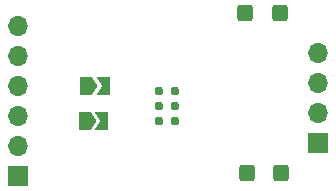
<source format=gbs>
G04 #@! TF.GenerationSoftware,KiCad,Pcbnew,8.0.5*
G04 #@! TF.CreationDate,2024-10-21T19:45:19-04:00*
G04 #@! TF.ProjectId,DRV8871_PCB,44525638-3837-4315-9f50-43422e6b6963,rev?*
G04 #@! TF.SameCoordinates,Original*
G04 #@! TF.FileFunction,Soldermask,Bot*
G04 #@! TF.FilePolarity,Negative*
%FSLAX46Y46*%
G04 Gerber Fmt 4.6, Leading zero omitted, Abs format (unit mm)*
G04 Created by KiCad (PCBNEW 8.0.5) date 2024-10-21 19:45:19*
%MOMM*%
%LPD*%
G01*
G04 APERTURE LIST*
G04 Aperture macros list*
%AMRoundRect*
0 Rectangle with rounded corners*
0 $1 Rounding radius*
0 $2 $3 $4 $5 $6 $7 $8 $9 X,Y pos of 4 corners*
0 Add a 4 corners polygon primitive as box body*
4,1,4,$2,$3,$4,$5,$6,$7,$8,$9,$2,$3,0*
0 Add four circle primitives for the rounded corners*
1,1,$1+$1,$2,$3*
1,1,$1+$1,$4,$5*
1,1,$1+$1,$6,$7*
1,1,$1+$1,$8,$9*
0 Add four rect primitives between the rounded corners*
20,1,$1+$1,$2,$3,$4,$5,0*
20,1,$1+$1,$4,$5,$6,$7,0*
20,1,$1+$1,$6,$7,$8,$9,0*
20,1,$1+$1,$8,$9,$2,$3,0*%
%AMFreePoly0*
4,1,6,1.000000,0.000000,0.500000,-0.750000,-0.500000,-0.750000,-0.500000,0.750000,0.500000,0.750000,1.000000,0.000000,1.000000,0.000000,$1*%
%AMFreePoly1*
4,1,6,0.500000,-0.750000,-0.650000,-0.750000,-0.150000,0.000000,-0.650000,0.750000,0.500000,0.750000,0.500000,-0.750000,0.500000,-0.750000,$1*%
G04 Aperture macros list end*
%ADD10RoundRect,0.250000X0.400000X0.450000X-0.400000X0.450000X-0.400000X-0.450000X0.400000X-0.450000X0*%
%ADD11R,1.700000X1.700000*%
%ADD12O,1.700000X1.700000*%
%ADD13C,0.770000*%
%ADD14FreePoly0,0.000000*%
%ADD15FreePoly1,0.000000*%
G04 APERTURE END LIST*
D10*
X24183000Y-2413000D03*
X21283000Y-2413000D03*
X24310000Y-16002000D03*
X21410000Y-16002000D03*
D11*
X27432000Y-13452000D03*
D12*
X27432000Y-10912000D03*
X27432000Y-8372000D03*
X27432000Y-5832000D03*
D13*
X14001000Y-8987000D03*
X14001000Y-10287000D03*
X14001000Y-11587000D03*
X15301000Y-8987000D03*
X15301000Y-10287000D03*
X15301000Y-11587000D03*
D11*
X2032000Y-16256000D03*
D12*
X2032000Y-13716000D03*
X2032000Y-11176000D03*
X2032000Y-8636000D03*
X2032000Y-6096000D03*
X2032000Y-3556000D03*
D14*
X7821000Y-8636000D03*
D15*
X9271000Y-8636000D03*
D14*
X7694000Y-11557000D03*
D15*
X9144000Y-11557000D03*
M02*

</source>
